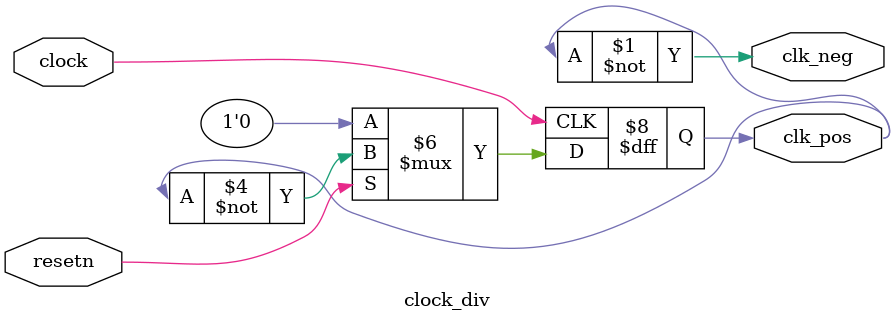
<source format=v>
module clock_div (clock, clk_pos, clk_neg, resetn);

input clock, resetn;
output clk_pos, clk_neg;

(* preserve="true" *) reg clk_pos;
(* preserve="true" *) wire clk_neg;

assign clk_neg = ~clk_pos;
always@(posedge clock)begin
	if(!resetn) clk_pos <= 1'b0;
	else clk_pos<=~clk_pos;
end

endmodule
</source>
